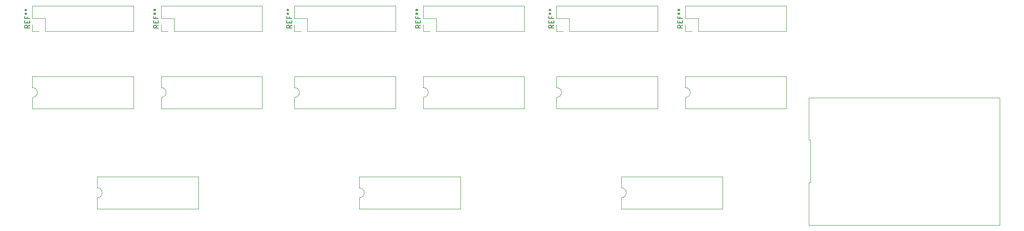
<source format=gbr>
G04 #@! TF.GenerationSoftware,KiCad,Pcbnew,(5.1.4)-1*
G04 #@! TF.CreationDate,2019-10-18T22:44:07-04:00*
G04 #@! TF.ProjectId,NixieClock,4e697869-6543-46c6-9f63-6b2e6b696361,rev?*
G04 #@! TF.SameCoordinates,Original*
G04 #@! TF.FileFunction,Legend,Top*
G04 #@! TF.FilePolarity,Positive*
%FSLAX46Y46*%
G04 Gerber Fmt 4.6, Leading zero omitted, Abs format (unit mm)*
G04 Created by KiCad (PCBNEW (5.1.4)-1) date 2019-10-18 22:44:07*
%MOMM*%
%LPD*%
G04 APERTURE LIST*
%ADD10C,0.120000*%
%ADD11C,0.150000*%
G04 APERTURE END LIST*
D10*
X91298000Y-119396000D02*
G75*
G02X91298000Y-121396000I0J-1000000D01*
G01*
X91298000Y-121396000D02*
X91298000Y-123631000D01*
X91298000Y-123631000D02*
X111738000Y-123631000D01*
X111738000Y-123631000D02*
X111738000Y-117161000D01*
X111738000Y-117161000D02*
X91298000Y-117161000D01*
X91298000Y-117161000D02*
X91298000Y-119396000D01*
X144298000Y-119396000D02*
G75*
G02X144298000Y-121396000I0J-1000000D01*
G01*
X144298000Y-121396000D02*
X144298000Y-123631000D01*
X144298000Y-123631000D02*
X164738000Y-123631000D01*
X164738000Y-123631000D02*
X164738000Y-117161000D01*
X164738000Y-117161000D02*
X144298000Y-117161000D01*
X144298000Y-117161000D02*
X144298000Y-119396000D01*
X98630000Y-87690000D02*
X98630000Y-82490000D01*
X80790000Y-87690000D02*
X98630000Y-87690000D01*
X78190000Y-82490000D02*
X98630000Y-82490000D01*
X80790000Y-87690000D02*
X80790000Y-85090000D01*
X80790000Y-85090000D02*
X78190000Y-85090000D01*
X78190000Y-85090000D02*
X78190000Y-82490000D01*
X79520000Y-87690000D02*
X78190000Y-87690000D01*
X78190000Y-87690000D02*
X78190000Y-86360000D01*
X151630000Y-87690000D02*
X151630000Y-82490000D01*
X133790000Y-87690000D02*
X151630000Y-87690000D01*
X131190000Y-82490000D02*
X151630000Y-82490000D01*
X133790000Y-87690000D02*
X133790000Y-85090000D01*
X133790000Y-85090000D02*
X131190000Y-85090000D01*
X131190000Y-85090000D02*
X131190000Y-82490000D01*
X132520000Y-87690000D02*
X131190000Y-87690000D01*
X131190000Y-87690000D02*
X131190000Y-86360000D01*
X104225000Y-87690000D02*
X104225000Y-86360000D01*
X105555000Y-87690000D02*
X104225000Y-87690000D01*
X104225000Y-85090000D02*
X104225000Y-82490000D01*
X106825000Y-85090000D02*
X104225000Y-85090000D01*
X106825000Y-87690000D02*
X106825000Y-85090000D01*
X104225000Y-82490000D02*
X124665000Y-82490000D01*
X106825000Y-87690000D02*
X124665000Y-87690000D01*
X124665000Y-87690000D02*
X124665000Y-82490000D01*
X157225000Y-87690000D02*
X157225000Y-86360000D01*
X158555000Y-87690000D02*
X157225000Y-87690000D01*
X157225000Y-85090000D02*
X157225000Y-82490000D01*
X159825000Y-85090000D02*
X157225000Y-85090000D01*
X159825000Y-87690000D02*
X159825000Y-85090000D01*
X157225000Y-82490000D02*
X177665000Y-82490000D01*
X159825000Y-87690000D02*
X177665000Y-87690000D01*
X177665000Y-87690000D02*
X177665000Y-82490000D01*
X78190000Y-96841000D02*
X78190000Y-99076000D01*
X98630000Y-96841000D02*
X78190000Y-96841000D01*
X98630000Y-103311000D02*
X98630000Y-96841000D01*
X78190000Y-103311000D02*
X98630000Y-103311000D01*
X78190000Y-101076000D02*
X78190000Y-103311000D01*
X78190000Y-99076000D02*
G75*
G02X78190000Y-101076000I0J-1000000D01*
G01*
X131190000Y-96841000D02*
X131190000Y-99076000D01*
X151630000Y-96841000D02*
X131190000Y-96841000D01*
X151630000Y-103311000D02*
X151630000Y-96841000D01*
X131190000Y-103311000D02*
X151630000Y-103311000D01*
X131190000Y-101076000D02*
X131190000Y-103311000D01*
X131190000Y-99076000D02*
G75*
G02X131190000Y-101076000I0J-1000000D01*
G01*
X104225000Y-99076000D02*
G75*
G02X104225000Y-101076000I0J-1000000D01*
G01*
X104225000Y-101076000D02*
X104225000Y-103311000D01*
X104225000Y-103311000D02*
X124665000Y-103311000D01*
X124665000Y-103311000D02*
X124665000Y-96841000D01*
X124665000Y-96841000D02*
X104225000Y-96841000D01*
X104225000Y-96841000D02*
X104225000Y-99076000D01*
X157225000Y-99076000D02*
G75*
G02X157225000Y-101076000I0J-1000000D01*
G01*
X157225000Y-101076000D02*
X157225000Y-103311000D01*
X157225000Y-103311000D02*
X177665000Y-103311000D01*
X177665000Y-103311000D02*
X177665000Y-96841000D01*
X177665000Y-96841000D02*
X157225000Y-96841000D01*
X157225000Y-96841000D02*
X157225000Y-99076000D01*
X235228000Y-118355999D02*
X235228000Y-126975999D01*
X235588000Y-118355999D02*
X235228000Y-118355999D01*
X235588000Y-109736000D02*
X235588000Y-118355999D01*
X235228000Y-109736000D02*
X235588000Y-109736000D01*
X235228000Y-101116000D02*
X235228000Y-109736000D01*
X273788000Y-101116001D02*
X235228000Y-101116000D01*
X273788000Y-126976000D02*
X273788000Y-101116001D01*
X235228000Y-126975999D02*
X273788000Y-126976000D01*
X184190000Y-99076000D02*
G75*
G02X184190000Y-101076000I0J-1000000D01*
G01*
X184190000Y-101076000D02*
X184190000Y-103311000D01*
X184190000Y-103311000D02*
X204630000Y-103311000D01*
X204630000Y-103311000D02*
X204630000Y-96841000D01*
X204630000Y-96841000D02*
X184190000Y-96841000D01*
X184190000Y-96841000D02*
X184190000Y-99076000D01*
X210225000Y-96841000D02*
X210225000Y-99076000D01*
X230665000Y-96841000D02*
X210225000Y-96841000D01*
X230665000Y-103311000D02*
X230665000Y-96841000D01*
X210225000Y-103311000D02*
X230665000Y-103311000D01*
X210225000Y-101076000D02*
X210225000Y-103311000D01*
X210225000Y-99076000D02*
G75*
G02X210225000Y-101076000I0J-1000000D01*
G01*
X230665000Y-87690000D02*
X230665000Y-82490000D01*
X212825000Y-87690000D02*
X230665000Y-87690000D01*
X210225000Y-82490000D02*
X230665000Y-82490000D01*
X212825000Y-87690000D02*
X212825000Y-85090000D01*
X212825000Y-85090000D02*
X210225000Y-85090000D01*
X210225000Y-85090000D02*
X210225000Y-82490000D01*
X211555000Y-87690000D02*
X210225000Y-87690000D01*
X210225000Y-87690000D02*
X210225000Y-86360000D01*
X184190000Y-87690000D02*
X184190000Y-86360000D01*
X185520000Y-87690000D02*
X184190000Y-87690000D01*
X184190000Y-85090000D02*
X184190000Y-82490000D01*
X186790000Y-85090000D02*
X184190000Y-85090000D01*
X186790000Y-87690000D02*
X186790000Y-85090000D01*
X184190000Y-82490000D02*
X204630000Y-82490000D01*
X186790000Y-87690000D02*
X204630000Y-87690000D01*
X204630000Y-87690000D02*
X204630000Y-82490000D01*
X197298000Y-117161000D02*
X197298000Y-119396000D01*
X217738000Y-117161000D02*
X197298000Y-117161000D01*
X217738000Y-123631000D02*
X217738000Y-117161000D01*
X197298000Y-123631000D02*
X217738000Y-123631000D01*
X197298000Y-121396000D02*
X197298000Y-123631000D01*
X197298000Y-119396000D02*
G75*
G02X197298000Y-121396000I0J-1000000D01*
G01*
D11*
X77642380Y-86423333D02*
X77166190Y-86756666D01*
X77642380Y-86994761D02*
X76642380Y-86994761D01*
X76642380Y-86613809D01*
X76690000Y-86518571D01*
X76737619Y-86470952D01*
X76832857Y-86423333D01*
X76975714Y-86423333D01*
X77070952Y-86470952D01*
X77118571Y-86518571D01*
X77166190Y-86613809D01*
X77166190Y-86994761D01*
X77118571Y-85994761D02*
X77118571Y-85661428D01*
X77642380Y-85518571D02*
X77642380Y-85994761D01*
X76642380Y-85994761D01*
X76642380Y-85518571D01*
X77118571Y-84756666D02*
X77118571Y-85090000D01*
X77642380Y-85090000D02*
X76642380Y-85090000D01*
X76642380Y-84613809D01*
X76642380Y-84090000D02*
X76880476Y-84090000D01*
X76785238Y-84328095D02*
X76880476Y-84090000D01*
X76785238Y-83851904D01*
X77070952Y-84232857D02*
X76880476Y-84090000D01*
X77070952Y-83947142D01*
X76642380Y-83328095D02*
X76880476Y-83328095D01*
X76785238Y-83566190D02*
X76880476Y-83328095D01*
X76785238Y-83090000D01*
X77070952Y-83470952D02*
X76880476Y-83328095D01*
X77070952Y-83185238D01*
X130642380Y-86423333D02*
X130166190Y-86756666D01*
X130642380Y-86994761D02*
X129642380Y-86994761D01*
X129642380Y-86613809D01*
X129690000Y-86518571D01*
X129737619Y-86470952D01*
X129832857Y-86423333D01*
X129975714Y-86423333D01*
X130070952Y-86470952D01*
X130118571Y-86518571D01*
X130166190Y-86613809D01*
X130166190Y-86994761D01*
X130118571Y-85994761D02*
X130118571Y-85661428D01*
X130642380Y-85518571D02*
X130642380Y-85994761D01*
X129642380Y-85994761D01*
X129642380Y-85518571D01*
X130118571Y-84756666D02*
X130118571Y-85090000D01*
X130642380Y-85090000D02*
X129642380Y-85090000D01*
X129642380Y-84613809D01*
X129642380Y-84090000D02*
X129880476Y-84090000D01*
X129785238Y-84328095D02*
X129880476Y-84090000D01*
X129785238Y-83851904D01*
X130070952Y-84232857D02*
X129880476Y-84090000D01*
X130070952Y-83947142D01*
X129642380Y-83328095D02*
X129880476Y-83328095D01*
X129785238Y-83566190D02*
X129880476Y-83328095D01*
X129785238Y-83090000D01*
X130070952Y-83470952D02*
X129880476Y-83328095D01*
X130070952Y-83185238D01*
X103677380Y-86423333D02*
X103201190Y-86756666D01*
X103677380Y-86994761D02*
X102677380Y-86994761D01*
X102677380Y-86613809D01*
X102725000Y-86518571D01*
X102772619Y-86470952D01*
X102867857Y-86423333D01*
X103010714Y-86423333D01*
X103105952Y-86470952D01*
X103153571Y-86518571D01*
X103201190Y-86613809D01*
X103201190Y-86994761D01*
X103153571Y-85994761D02*
X103153571Y-85661428D01*
X103677380Y-85518571D02*
X103677380Y-85994761D01*
X102677380Y-85994761D01*
X102677380Y-85518571D01*
X103153571Y-84756666D02*
X103153571Y-85090000D01*
X103677380Y-85090000D02*
X102677380Y-85090000D01*
X102677380Y-84613809D01*
X102677380Y-84090000D02*
X102915476Y-84090000D01*
X102820238Y-84328095D02*
X102915476Y-84090000D01*
X102820238Y-83851904D01*
X103105952Y-84232857D02*
X102915476Y-84090000D01*
X103105952Y-83947142D01*
X102677380Y-83328095D02*
X102915476Y-83328095D01*
X102820238Y-83566190D02*
X102915476Y-83328095D01*
X102820238Y-83090000D01*
X103105952Y-83470952D02*
X102915476Y-83328095D01*
X103105952Y-83185238D01*
X156677380Y-86423333D02*
X156201190Y-86756666D01*
X156677380Y-86994761D02*
X155677380Y-86994761D01*
X155677380Y-86613809D01*
X155725000Y-86518571D01*
X155772619Y-86470952D01*
X155867857Y-86423333D01*
X156010714Y-86423333D01*
X156105952Y-86470952D01*
X156153571Y-86518571D01*
X156201190Y-86613809D01*
X156201190Y-86994761D01*
X156153571Y-85994761D02*
X156153571Y-85661428D01*
X156677380Y-85518571D02*
X156677380Y-85994761D01*
X155677380Y-85994761D01*
X155677380Y-85518571D01*
X156153571Y-84756666D02*
X156153571Y-85090000D01*
X156677380Y-85090000D02*
X155677380Y-85090000D01*
X155677380Y-84613809D01*
X155677380Y-84090000D02*
X155915476Y-84090000D01*
X155820238Y-84328095D02*
X155915476Y-84090000D01*
X155820238Y-83851904D01*
X156105952Y-84232857D02*
X155915476Y-84090000D01*
X156105952Y-83947142D01*
X155677380Y-83328095D02*
X155915476Y-83328095D01*
X155820238Y-83566190D02*
X155915476Y-83328095D01*
X155820238Y-83090000D01*
X156105952Y-83470952D02*
X155915476Y-83328095D01*
X156105952Y-83185238D01*
X209677380Y-86423333D02*
X209201190Y-86756666D01*
X209677380Y-86994761D02*
X208677380Y-86994761D01*
X208677380Y-86613809D01*
X208725000Y-86518571D01*
X208772619Y-86470952D01*
X208867857Y-86423333D01*
X209010714Y-86423333D01*
X209105952Y-86470952D01*
X209153571Y-86518571D01*
X209201190Y-86613809D01*
X209201190Y-86994761D01*
X209153571Y-85994761D02*
X209153571Y-85661428D01*
X209677380Y-85518571D02*
X209677380Y-85994761D01*
X208677380Y-85994761D01*
X208677380Y-85518571D01*
X209153571Y-84756666D02*
X209153571Y-85090000D01*
X209677380Y-85090000D02*
X208677380Y-85090000D01*
X208677380Y-84613809D01*
X208677380Y-84090000D02*
X208915476Y-84090000D01*
X208820238Y-84328095D02*
X208915476Y-84090000D01*
X208820238Y-83851904D01*
X209105952Y-84232857D02*
X208915476Y-84090000D01*
X209105952Y-83947142D01*
X208677380Y-83328095D02*
X208915476Y-83328095D01*
X208820238Y-83566190D02*
X208915476Y-83328095D01*
X208820238Y-83090000D01*
X209105952Y-83470952D02*
X208915476Y-83328095D01*
X209105952Y-83185238D01*
X183642380Y-86423333D02*
X183166190Y-86756666D01*
X183642380Y-86994761D02*
X182642380Y-86994761D01*
X182642380Y-86613809D01*
X182690000Y-86518571D01*
X182737619Y-86470952D01*
X182832857Y-86423333D01*
X182975714Y-86423333D01*
X183070952Y-86470952D01*
X183118571Y-86518571D01*
X183166190Y-86613809D01*
X183166190Y-86994761D01*
X183118571Y-85994761D02*
X183118571Y-85661428D01*
X183642380Y-85518571D02*
X183642380Y-85994761D01*
X182642380Y-85994761D01*
X182642380Y-85518571D01*
X183118571Y-84756666D02*
X183118571Y-85090000D01*
X183642380Y-85090000D02*
X182642380Y-85090000D01*
X182642380Y-84613809D01*
X182642380Y-84090000D02*
X182880476Y-84090000D01*
X182785238Y-84328095D02*
X182880476Y-84090000D01*
X182785238Y-83851904D01*
X183070952Y-84232857D02*
X182880476Y-84090000D01*
X183070952Y-83947142D01*
X182642380Y-83328095D02*
X182880476Y-83328095D01*
X182785238Y-83566190D02*
X182880476Y-83328095D01*
X182785238Y-83090000D01*
X183070952Y-83470952D02*
X182880476Y-83328095D01*
X183070952Y-83185238D01*
M02*

</source>
